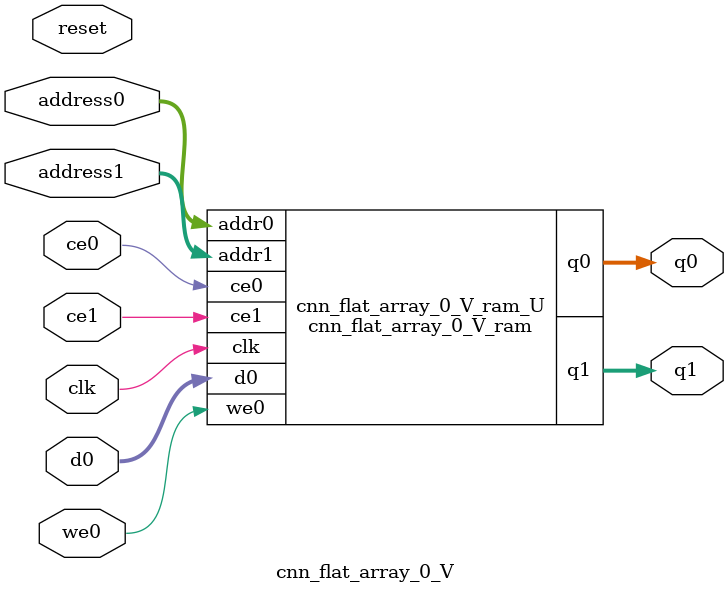
<source format=v>
`timescale 1 ns / 1 ps
module cnn_flat_array_0_V_ram (addr0, ce0, d0, we0, q0, addr1, ce1, q1,  clk);

parameter DWIDTH = 14;
parameter AWIDTH = 4;
parameter MEM_SIZE = 10;

input[AWIDTH-1:0] addr0;
input ce0;
input[DWIDTH-1:0] d0;
input we0;
output reg[DWIDTH-1:0] q0;
input[AWIDTH-1:0] addr1;
input ce1;
output reg[DWIDTH-1:0] q1;
input clk;

(* ram_style = "distributed" *)reg [DWIDTH-1:0] ram[0:MEM_SIZE-1];




always @(posedge clk)  
begin 
    if (ce0) 
    begin
        if (we0) 
        begin 
            ram[addr0] <= d0; 
        end 
        q0 <= ram[addr0];
    end
end


always @(posedge clk)  
begin 
    if (ce1) 
    begin
        q1 <= ram[addr1];
    end
end


endmodule

`timescale 1 ns / 1 ps
module cnn_flat_array_0_V(
    reset,
    clk,
    address0,
    ce0,
    we0,
    d0,
    q0,
    address1,
    ce1,
    q1);

parameter DataWidth = 32'd14;
parameter AddressRange = 32'd10;
parameter AddressWidth = 32'd4;
input reset;
input clk;
input[AddressWidth - 1:0] address0;
input ce0;
input we0;
input[DataWidth - 1:0] d0;
output[DataWidth - 1:0] q0;
input[AddressWidth - 1:0] address1;
input ce1;
output[DataWidth - 1:0] q1;



cnn_flat_array_0_V_ram cnn_flat_array_0_V_ram_U(
    .clk( clk ),
    .addr0( address0 ),
    .ce0( ce0 ),
    .we0( we0 ),
    .d0( d0 ),
    .q0( q0 ),
    .addr1( address1 ),
    .ce1( ce1 ),
    .q1( q1 ));

endmodule


</source>
